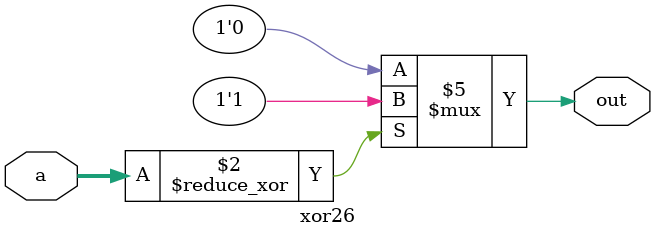
<source format=v>
module xor26 (
    input wire [3:0] a,
    output reg out
);

always @(*) begin
    if (^a == 1'b1)
        out = 1'b1;
    else
        out = 1'b0;
end

endmodule

</source>
